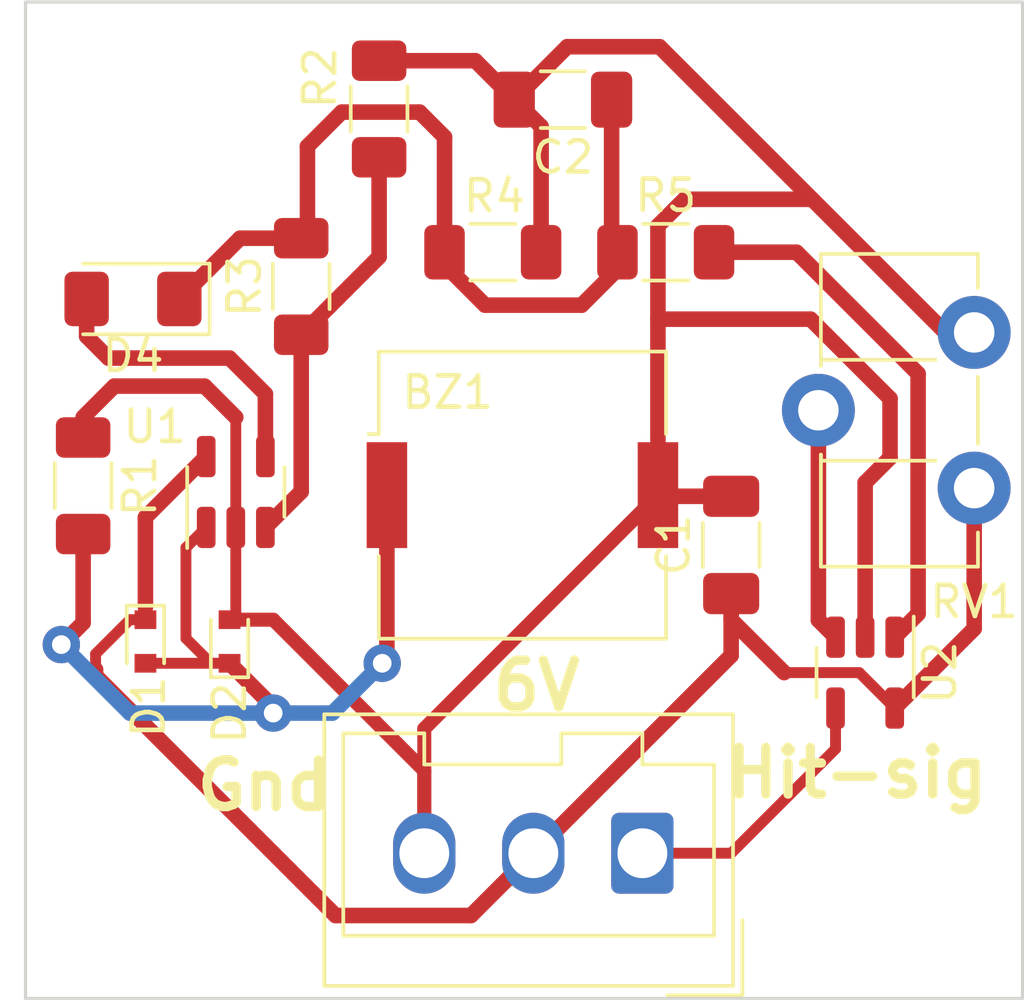
<source format=kicad_pcb>
(kicad_pcb (version 20240108) (generator "pcbnew") (generator_version "8.0")
  (layers (0 "F.Cu" signal) (31 "B.Cu" signal) (34 "B.Paste" user) (35 "F.Paste" user) (36 "B.SilkS" user "B.Silkscreen") (37 "F.SilkS" user "F.Silkscreen") (38 "B.Mask" user) (39 "F.Mask" user) (44 "Edge.Cuts" user))
  (net 0 "")
  (net 1 "Net-(BZ1--)")
  (net 2 "Earth")
  (net 3 "Net-(D4-K)")
  (net 4 "+6V")
  (net 5 "Net-(D4-A)")
  (net 6 "Net-(J1-Pin_1)")
  (net 7 "Net-(U1--)")
  (net 8 "Net-(U2-+)")
  (net 9 "Net-(U2--)")
  (footprint "Package_TO_SOT_SMD:SOT-23-5" (layer "F.Cu") (at 136.7 98.8 90)
    (property "Reference" "U1" (at 2.1 -2.6 180) (layer "F.SilkS"))
    (property "Value" "LM321")
    (fp_line (start 0 -1.56) (end 0.8 -1.56) (stroke (width 0.12)) (layer "F.SilkS"))
    (fp_line (start 0 -1.56) (end -1.8 -1.56) (stroke (width 0.12)) (layer "F.SilkS"))
    (fp_line (start 0 1.56) (end 0.8 1.56) (stroke (width 0.12)) (layer "F.SilkS"))
    (fp_line (start 0 1.56) (end -0.8 1.56) (stroke (width 0.12)) (layer "F.SilkS"))
    (pad "1" smd roundrect (at -1.1375 -0.95 90) (size 1.325 0.6) (layers "F.Cu" "F.Paste" "F.Mask") (net 1 "Net-(BZ1--)"))
    (pad "2" smd roundrect (at -1.1375 0 90) (size 1.325 0.6) (layers "F.Cu" "F.Paste" "F.Mask") (net 2 "Earth"))
    (pad "3" smd roundrect (at -1.1375 0.95 90) (size 1.325 0.6) (layers "F.Cu" "F.Paste" "F.Mask") (net 7 "Net-(U1--)"))
    (pad "4" smd roundrect (at 1.1375 0.95 90) (size 1.325 0.6) (layers "F.Cu" "F.Paste" "F.Mask") (net 5 "Net-(D4-A)"))
    (pad "5" smd roundrect (at 1.1375 -0.95 90) (size 1.325 0.6) (layers "F.Cu" "F.Paste" "F.Mask") (net 4 "+6V"))
  )
  (footprint "Connector_Wago:Wago_734-133_1x03_P3.50mm_Vertical" (layer "F.Cu") (at 149.75 110.4 180)
    (property "Reference" "J1" (hide yes))
    (property "Value" "Screw_Terminal_01x03" (hide yes))
    (fp_line (start 10.21 4.46) (end 10.21 -4.26) (stroke (width 0.12)) (layer "F.SilkS"))
    (fp_line (start 10.21 -4.26) (end -2.91 -4.26) (stroke (width 0.12)) (layer "F.SilkS"))
    (fp_line (start 9.6 3.85) (end 9.6 -2.65) (stroke (width 0.12)) (layer "F.SilkS"))
    (fp_line (start 9.6 -2.65) (end -2.3 -2.65) (stroke (width 0.12)) (layer "F.SilkS"))
    (fp_line (start 7 3.85) (end 9.6 3.85) (stroke (width 0.12)) (layer "F.SilkS"))
    (fp_line (start 7 2.85) (end 7 3.85) (stroke (width 0.12)) (layer "F.SilkS"))
    (fp_line (start 2.6 3.85) (end 2.6 2.85) (stroke (width 0.12)) (layer "F.SilkS"))
    (fp_line (start 2.6 2.85) (end 7 2.85) (stroke (width 0.12)) (layer "F.SilkS"))
    (fp_line (start 0 3.85) (end 2.6 3.85) (stroke (width 0.12)) (layer "F.SilkS"))
    (fp_line (start 0 2.85) (end 0 3.85) (stroke (width 0.12)) (layer "F.SilkS"))
    (fp_line (start -2.3 2.85) (end 0 2.85) (stroke (width 0.12)) (layer "F.SilkS"))
    (fp_line (start -2.3 -2.65) (end -2.3 2.85) (stroke (width 0.12)) (layer "F.SilkS"))
    (fp_line (start -2.91 4.46) (end 10.21 4.46) (stroke (width 0.12)) (layer "F.SilkS"))
    (fp_line (start -2.91 -4.26) (end -2.91 4.46) (stroke (width 0.12)) (layer "F.SilkS"))
    (fp_line (start -3.21 -2.15) (end -3.21 -4.56) (stroke (width 0.12)) (layer "F.SilkS"))
    (fp_line (start -3.21 -4.56) (end -0.8 -4.56) (stroke (width 0.12)) (layer "F.SilkS"))
    (pad "1" thru_hole roundrect (at 0 0 180) (size 2 2.6) (drill 1.6) (layers "*.Cu" "*.Mask") (roundrect_rratio 0.125) (net 6 "Net-(J1-Pin_1)"))
    (pad "2" thru_hole oval (at 3.5 0 180) (size 2 2.6) (drill 1.6) (layers "*.Cu" "*.Mask") (net 4 "+6V"))
    (pad "3" thru_hole oval (at 7 0 180) (size 2 2.6) (drill 1.6) (layers "*.Cu" "*.Mask") (net 2 "Earth"))
  )
  (footprint "Resistor_SMD:R_1206_3216Metric_Pad1.30x1.75mm_HandSolder" (layer "F.Cu") (at 144.95 91.1 180)
    (property "Reference" "R4" (at -0.05 1.8 180) (layer "F.SilkS"))
    (property "Value" "1k")
    (fp_line (start -0.727064 0.91) (end 0.727064 0.91) (stroke (width 0.12)) (layer "F.SilkS"))
    (fp_line (start -0.727064 -0.91) (end 0.727064 -0.91) (stroke (width 0.12)) (layer "F.SilkS"))
    (pad "1" smd roundrect (at -1.55 0 180) (size 1.3 1.75) (layers "F.Cu" "F.Paste" "F.Mask") (roundrect_rratio 0.192308) (net 2 "Earth"))
    (pad "2" smd roundrect (at 1.55 0 180) (size 1.3 1.75) (layers "F.Cu" "F.Paste" "F.Mask") (roundrect_rratio 0.192308) (net 3 "Net-(D4-K)"))
  )
  (footprint "Resistor_SMD:R_1206_3216Metric_Pad1.30x1.75mm_HandSolder" (layer "F.Cu") (at 138.8 92.2 90)
    (property "Reference" "R3" (at 0 -1.82 90) (layer "F.SilkS"))
    (property "Value" "22k")
    (fp_line (start -0.727064 -0.91) (end 0.727064 -0.91) (stroke (width 0.12)) (layer "F.SilkS"))
    (fp_line (start -0.727064 0.91) (end 0.727064 0.91) (stroke (width 0.12)) (layer "F.SilkS"))
    (pad "1" smd roundrect (at -1.55 0 90) (size 1.3 1.75) (layers "F.Cu" "F.Paste" "F.Mask") (roundrect_rratio 0.192308) (net 7 "Net-(U1--)"))
    (pad "2" smd roundrect (at 1.55 0 90) (size 1.3 1.75) (layers "F.Cu" "F.Paste" "F.Mask") (roundrect_rratio 0.192308) (net 3 "Net-(D4-K)"))
  )
  (footprint "Diode_SMD:D_SOD-523" (layer "F.Cu") (at 136.5 103.6 90)
    (property "Reference" "D2" (at -2.3 0 90) (layer "F.SilkS"))
    (property "Value" "D_Schottky" (hide yes))
    (fp_line (start 0.7 -0.6) (end -1.15 -0.6) (stroke (width 0.12)) (layer "F.SilkS"))
    (fp_line (start -1.15 -0.6) (end -1.15 0.6) (stroke (width 0.12)) (layer "F.SilkS"))
    (fp_line (start 0.7 0.6) (end -1.15 0.6) (stroke (width 0.12)) (layer "F.SilkS"))
    (pad "1" smd rect (at -0.7 0 270) (size 0.6 0.7) (layers "F.Cu" "F.Paste" "F.Mask") (net 1 "Net-(BZ1--)"))
    (pad "2" smd rect (at 0.7 0 270) (size 0.6 0.7) (layers "F.Cu" "F.Paste" "F.Mask") (net 2 "Earth"))
  )
  (footprint "Diode_SMD:D_1206_3216Metric_Pad1.42x1.75mm_HandSolder" (layer "F.Cu") (at 133.4 92.6 180)
    (property "Reference" "D4" (at 0 -1.82 0) (layer "F.SilkS"))
    (property "Value" "D")
    (fp_line (start 1.6 -1.135) (end -2.46 -1.135) (stroke (width 0.12)) (layer "F.SilkS"))
    (fp_line (start -2.46 1.135) (end 1.6 1.135) (stroke (width 0.12)) (layer "F.SilkS"))
    (fp_line (start -2.46 -1.135) (end -2.46 1.135) (stroke (width 0.12)) (layer "F.SilkS"))
    (pad "1" smd roundrect (at -1.4875 0 180) (size 1.425 1.75) (layers "F.Cu" "F.Paste" "F.Mask") (roundrect_rratio 0.175439) (net 3 "Net-(D4-K)"))
    (pad "2" smd roundrect (at 1.4875 0 180) (size 1.425 1.75) (layers "F.Cu" "F.Paste" "F.Mask") (roundrect_rratio 0.175439) (net 5 "Net-(D4-A)"))
  )
  (footprint "Capacitor_SMD:C_1206_3216Metric_Pad1.33x1.80mm_HandSolder" (layer "F.Cu") (at 152.6 100.5 90)
    (property "Reference" "C1" (at 0 -1.85 90) (layer "F.SilkS"))
    (property "Value" "10u")
    (fp_line (start -0.711252 -0.91) (end 0.711252 -0.91) (stroke (width 0.12)) (layer "F.SilkS"))
    (fp_line (start -0.711252 0.91) (end 0.711252 0.91) (stroke (width 0.12)) (layer "F.SilkS"))
    (pad "1" smd roundrect (at -1.5625 0 90) (size 1.325 1.8) (layers "F.Cu" "F.Paste" "F.Mask") (roundrect_rratio 0.188679) (net 4 "+6V"))
    (pad "2" smd roundrect (at 1.5625 0 90) (size 1.325 1.8) (layers "F.Cu" "F.Paste" "F.Mask") (roundrect_rratio 0.188679) (net 2 "Earth"))
  )
  (footprint "Resistor_SMD:R_1206_3216Metric_Pad1.30x1.75mm_HandSolder" (layer "F.Cu") (at 150.5 91.1)
    (property "Reference" "R5" (at 0 -1.82 0) (layer "F.SilkS"))
    (property "Value" "100")
    (fp_line (start -0.727064 -0.91) (end 0.727064 -0.91) (stroke (width 0.12)) (layer "F.SilkS"))
    (fp_line (start -0.727064 0.91) (end 0.727064 0.91) (stroke (width 0.12)) (layer "F.SilkS"))
    (pad "1" smd roundrect (at -1.55 0) (size 1.3 1.75) (layers "F.Cu" "F.Paste" "F.Mask") (roundrect_rratio 0.192308) (net 3 "Net-(D4-K)"))
    (pad "2" smd roundrect (at 1.55 0) (size 1.3 1.75) (layers "F.Cu" "F.Paste" "F.Mask") (roundrect_rratio 0.192308) (net 8 "Net-(U2-+)"))
  )
  (footprint "MountingHole:MountingHole_3.2mm_M3" (layer "F.Cu") (at 133.5 111.5)
    (property "Reference" "H3" (hide yes))
    (property "Value" "MountingHole" (hide yes))
    (pad "" np_thru_hole circle (at 0 0) (size 3.2 3.2) (drill 3.2) (layers "*.Cu" "*.Mask"))
  )
  (footprint "MountingHole:MountingHole_3.2mm_M3" (layer "F.Cu") (at 133.5 86.6)
    (property "Reference" "H1" (hide yes))
    (property "Value" "MountingHole" (hide yes))
    (pad "" np_thru_hole circle (at 0 0) (size 3.2 3.2) (drill 3.2) (layers "*.Cu" "*.Mask"))
  )
  (footprint "MountingHole:MountingHole_3.2mm_M3" (layer "F.Cu") (at 158.4 86.6)
    (property "Reference" "H2" (hide yes))
    (property "Value" "MountingHole" (hide yes))
    (pad "" np_thru_hole circle (at 0 0) (size 3.2 3.2) (drill 3.2) (layers "*.Cu" "*.Mask"))
  )
  (footprint "Buzzer_Beeper:Buzzer_Murata_PKMCS0909E" (layer "F.Cu") (at 145.9 98.9)
    (property "Reference" "BZ1" (at -2.4 -3.3 0) (layer "F.SilkS"))
    (property "Value" "Buzzer")
    (fp_line (start -4.61 -4.61) (end 4.61 -4.61) (stroke (width 0.12)) (layer "F.SilkS"))
    (fp_line (start -4.61 -1.96) (end -4.94 -1.96) (stroke (width 0.12)) (layer "F.SilkS"))
    (fp_line (start -4.61 -1.96) (end -4.61 -4.61) (stroke (width 0.12)) (layer "F.SilkS"))
    (fp_line (start -4.61 4.61) (end -4.61 1.96) (stroke (width 0.12)) (layer "F.SilkS"))
    (fp_line (start 4.61 -4.61) (end 4.61 -1.96) (stroke (width 0.12)) (layer "F.SilkS"))
    (fp_line (start 4.61 1.96) (end 4.61 4.61) (stroke (width 0.12)) (layer "F.SilkS"))
    (fp_line (start 4.61 4.61) (end -4.61 4.61) (stroke (width 0.12)) (layer "F.SilkS"))
    (pad "1" smd rect (at -4.35 0) (size 1.3 3.4) (layers "F.Cu" "F.Paste" "F.Mask") (net 1 "Net-(BZ1--)"))
    (pad "2" smd rect (at 4.35 0) (size 1.3 3.4) (layers "F.Cu" "F.Paste" "F.Mask") (net 2 "Earth"))
  )
  (footprint "Diode_SMD:D_SOD-523" (layer "F.Cu") (at 133.8 103.6 -90)
    (property "Reference" "D1" (at 2.1 -0.1 90) (layer "F.SilkS"))
    (property "Value" "D_Schottky" (hide yes))
    (fp_line (start 0.7 0.6) (end -1.15 0.6) (stroke (width 0.12)) (layer "F.SilkS"))
    (fp_line (start -1.15 -0.6) (end -1.15 0.6) (stroke (width 0.12)) (layer "F.SilkS"))
    (fp_line (start 0.7 -0.6) (end -1.15 -0.6) (stroke (width 0.12)) (layer "F.SilkS"))
    (pad "1" smd rect (at -0.7 0 90) (size 0.6 0.7) (layers "F.Cu" "F.Paste" "F.Mask") (net 4 "+6V"))
    (pad "2" smd rect (at 0.7 0 90) (size 0.6 0.7) (layers "F.Cu" "F.Paste" "F.Mask") (net 1 "Net-(BZ1--)"))
  )
  (footprint "Capacitor_SMD:C_1206_3216Metric_Pad1.33x1.80mm_HandSolder" (layer "F.Cu") (at 147.2 86.2 180)
    (property "Reference" "C2" (at 0 -1.85 180) (layer "F.SilkS"))
    (property "Value" "1µF")
    (fp_line (start -0.711252 0.91) (end 0.711252 0.91) (stroke (width 0.12)) (layer "F.SilkS"))
    (fp_line (start -0.711252 -0.91) (end 0.711252 -0.91) (stroke (width 0.12)) (layer "F.SilkS"))
    (pad "1" smd roundrect (at -1.5625 0 180) (size 1.325 1.8) (layers "F.Cu" "F.Paste" "F.Mask") (roundrect_rratio 0.188679) (net 3 "Net-(D4-K)"))
    (pad "2" smd roundrect (at 1.5625 0 180) (size 1.325 1.8) (layers "F.Cu" "F.Paste" "F.Mask") (roundrect_rratio 0.188679) (net 2 "Earth"))
  )
  (footprint "Package_TO_SOT_SMD:SOT-23-5" (layer "F.Cu") (at 156.9 104.6 -90)
    (property "Reference" "U2" (at 0 -2.4 90) (layer "F.SilkS"))
    (property "Value" "LM321")
    (fp_line (start 0 1.56) (end -0.8 1.56) (stroke (width 0.12)) (layer "F.SilkS"))
    (fp_line (start 0 1.56) (end 0.8 1.56) (stroke (width 0.12)) (layer "F.SilkS"))
    (fp_line (start 0 -1.56) (end -1.8 -1.56) (stroke (width 0.12)) (layer "F.SilkS"))
    (fp_line (start 0 -1.56) (end 0.8 -1.56) (stroke (width 0.12)) (layer "F.SilkS"))
    (pad "1" smd roundrect (at -1.1375 -0.95 270) (size 1.325 0.6) (layers "F.Cu" "F.Paste" "F.Mask") (net 8 "Net-(U2-+)"))
    (pad "2" smd roundrect (at -1.1375 0 270) (size 1.325 0.6) (layers "F.Cu" "F.Paste" "F.Mask") (net 2 "Earth"))
    (pad "3" smd roundrect (at -1.1375 0.95 270) (size 1.325 0.6) (layers "F.Cu" "F.Paste" "F.Mask") (net 9 "Net-(U2--)"))
    (pad "4" smd roundrect (at 1.1375 0.95 270) (size 1.325 0.6) (layers "F.Cu" "F.Paste" "F.Mask") (net 6 "Net-(J1-Pin_1)"))
    (pad "5" smd roundrect (at 1.1375 -0.95 270) (size 1.325 0.6) (layers "F.Cu" "F.Paste" "F.Mask") (net 4 "+6V"))
  )
  (footprint "Resistor_SMD:R_1206_3216Metric_Pad1.30x1.75mm_HandSolder" (layer "F.Cu") (at 141.3 86.5 -90)
    (property "Reference" "R2" (at -1 1.9 -90) (layer "F.SilkS"))
    (property "Value" "1k")
    (fp_line (start -0.727064 0.91) (end 0.727064 0.91) (stroke (width 0.12)) (layer "F.SilkS"))
    (fp_line (start -0.727064 -0.91) (end 0.727064 -0.91) (stroke (width 0.12)) (layer "F.SilkS"))
    (pad "1" smd roundrect (at -1.55 0 270) (size 1.3 1.75) (layers "F.Cu" "F.Paste" "F.Mask") (roundrect_rratio 0.192308) (net 2 "Earth"))
    (pad "2" smd roundrect (at 1.55 0 270) (size 1.3 1.75) (layers "F.Cu" "F.Paste" "F.Mask") (roundrect_rratio 0.192308) (net 7 "Net-(U1--)"))
  )
  (footprint "MountingHole:MountingHole_3.2mm_M3" (layer "F.Cu") (at 158.4 111.5)
    (property "Reference" "H4" (hide yes))
    (property "Value" "MountingHole" (hide yes))
    (pad "" np_thru_hole circle (at 0 0) (size 3.2 3.2) (drill 3.2) (layers "*.Cu" "*.Mask"))
  )
  (footprint "Potentiometer_THT:Potentiometer_ACP_CA9-H5_Horizontal" (layer "F.Cu") (at 160.4 98.675 180)
    (property "Reference" "RV1" (at 0 -3.65 0) (layer "F.SilkS"))
    (property "Value" "R_Potentiometer" (hide yes))
    (fp_line (start 4.92 3.925) (end 4.92 7.52) (stroke (width 0.12)) (layer "F.SilkS"))
    (fp_line (start 4.92 3.925) (end 4.92 4.12) (stroke (width 0.12)) (layer "F.SilkS"))
    (fp_line (start 4.92 0.88) (end 4.92 1.075) (stroke (width 0.12)) (layer "F.SilkS"))
    (fp_line (start 4.92 -2.521) (end 4.92 1.075) (stroke (width 0.12)) (layer "F.SilkS"))
    (fp_line (start 1.237 4.12) (end 4.92 4.12) (stroke (width 0.12)) (layer "F.SilkS"))
    (fp_line (start 1.237 0.88) (end 4.92 0.88) (stroke (width 0.12)) (layer "F.SilkS"))
    (fp_line (start -0.121 7.52) (end 4.92 7.52) (stroke (width 0.12)) (layer "F.SilkS"))
    (fp_line (start -0.121 6.425) (end -0.121 7.52) (stroke (width 0.12)) (layer "F.SilkS"))
    (fp_line (start -0.121 1.426) (end -0.121 3.575) (stroke (width 0.12)) (layer "F.SilkS"))
    (fp_line (start -0.121 1.426) (end -0.121 3.575) (stroke (width 0.12)) (layer "F.SilkS"))
    (fp_line (start -0.121 -2.521) (end 4.92 -2.521) (stroke (width 0.12)) (layer "F.SilkS"))
    (fp_line (start -0.121 -2.521) (end -0.121 -1.426) (stroke (width 0.12)) (layer "F.SilkS"))
    (pad "1" thru_hole circle (at 0 0 180) (size 2.34 2.34) (drill 1.3) (layers "*.Cu" "*.Mask") (net 4 "+6V"))
    (pad "2" thru_hole circle (at 5 2.5 180) (size 2.34 2.34) (drill 1.3) (layers "*.Cu" "*.Mask") (net 9 "Net-(U2--)"))
    (pad "3" thru_hole circle (at 0 5 180) (size 2.34 2.34) (drill 1.3) (layers "*.Cu" "*.Mask") (net 2 "Earth"))
  )
  (footprint "Resistor_SMD:R_1206_3216Metric_Pad1.30x1.75mm_HandSolder" (layer "F.Cu") (at 131.8 98.6 -90)
    (property "Reference" "R1" (at 0 -1.82 90) (layer "F.SilkS"))
    (property "Value" "1k")
    (fp_line (start -0.727064 0.91) (end 0.727064 0.91) (stroke (width 0.12)) (layer "F.SilkS"))
    (fp_line (start -0.727064 -0.91) (end 0.727064 -0.91) (stroke (width 0.12)) (layer "F.SilkS"))
    (pad "1" smd roundrect (at -1.55 0 270) (size 1.3 1.75) (layers "F.Cu" "F.Paste" "F.Mask") (roundrect_rratio 0.192308) (net 2 "Earth"))
    (pad "2" smd roundrect (at 1.55 0 270) (size 1.3 1.75) (layers "F.Cu" "F.Paste" "F.Mask") (roundrect_rratio 0.192308) (net 1 "Net-(BZ1--)"))
  )
  (gr_rect (start 129.95 83.065) (end 161.95 115.065) (stroke (width 0.1)) (fill none) (layer "Edge.Cuts"))
  (gr_text "Hit-sig" (at 152.3 108.7 0) (layer "F.SilkS") (effects (font (size 1.5 1.5) (thickness 0.3) (bold yes)) (justify left bottom)))
  (gr_text "6V" (at 144.8 105.9 0) (layer "F.SilkS") (effects (font (size 1.5 1.5) (thickness 0.3) (bold yes)) (justify left bottom)))
  (gr_text "Gnd" (at 135.3 109.1 0) (layer "F.SilkS") (effects (font (size 1.5 1.5) (thickness 0.3) (bold yes)) (justify left bottom)))
  (segment (start 131.8 100.15) (end 131.8 103) (width 0.5) (layer "F.Cu") (net 1))
  (segment (start 137.9 105.7) (end 136.5 104.3) (width 0.5) (layer "F.Cu") (net 1))
  (segment (start 141.55 98.9) (end 141.55 104.15) (width 0.5) (layer "F.Cu") (net 1))
  (segment (start 135.9 104.3) (end 136.5 104.3) (width 0.35) (layer "F.Cu") (net 1))
  (segment (start 131.8 103) (end 131.1 103.7) (width 0.5) (layer "F.Cu") (net 1))
  (segment (start 133.8 104.3) (end 136.5 104.3) (width 0.35) (layer "F.Cu") (net 1))
  (segment (start 135.75 99.9375) (end 135.1 100.5875) (width 0.35) (layer "F.Cu") (net 1))
  (segment (start 135.1 103.5) (end 135.9 104.3) (width 0.35) (layer "F.Cu") (net 1))
  (segment (start 135.1 100.5875) (end 135.1 103.5) (width 0.35) (layer "F.Cu") (net 1))
  (segment (start 141.55 104.15) (end 141.4 104.3) (width 0.35) (layer "F.Cu") (net 1))
  (segment (start 137.9 105.9) (end 137.9 105.7) (width 0.35) (layer "F.Cu") (net 1))
  (via (at 141.4 104.3) (size 1.2) (drill 0.6) (layers "F.Cu" "B.Cu") (net 1))
  (via (at 137.9 105.9) (size 1.2) (drill 0.6) (layers "F.Cu" "B.Cu") (net 1))
  (via (at 131.1 103.7) (size 1.2) (drill 0.6) (layers "F.Cu" "B.Cu") (net 1))
  (segment (start 139.8 105.9) (end 137.9 105.9) (width 0.5) (layer "B.Cu") (net 1))
  (segment (start 141.4 104.3) (end 139.8 105.9) (width 0.5) (layer "B.Cu") (net 1))
  (segment (start 133.3 105.9) (end 137.9 105.9) (width 0.5) (layer "B.Cu") (net 1))
  (segment (start 131.1 103.7) (end 133.3 105.9) (width 0.5) (layer "B.Cu") (net 1))
  (segment (start 136.7 102.7) (end 136.5 102.9) (width 0.35) (layer "F.Cu") (net 2))
  (segment (start 151.1 89.4) (end 150.25 90.25) (width 0.5) (layer "F.Cu") (net 2))
  (segment (start 156.9 103.4625) (end 156.9 98.5) (width 0.5) (layer "F.Cu") (net 2))
  (segment (start 150.25 90.25) (end 150.25 97.15) (width 0.5) (layer "F.Cu") (net 2))
  (segment (start 146.5 87.0625) (end 145.6375 86.2) (width 0.5) (layer "F.Cu") (net 2))
  (segment (start 146.5 91.1) (end 146.5 87.0625) (width 0.5) (layer "F.Cu") (net 2))
  (segment (start 155.15 93.25) (end 150.25 93.25) (width 0.5) (layer "F.Cu") (net 2))
  (segment (start 153 98.9375) (end 150.2875 98.9375) (width 0.5) (layer "F.Cu") (net 2))
  (segment (start 145.6375 86.2) (end 147.3375 84.5) (width 0.5) (layer "F.Cu") (net 2))
  (segment (start 141.3 84.95) (end 144.3875 84.95) (width 0.5) (layer "F.Cu") (net 2))
  (segment (start 142.75 106.4) (end 150.25 98.9) (width 0.45) (layer "F.Cu") (net 2))
  (segment (start 156.9 98.5) (end 157.7 97.7) (width 0.5) (layer "F.Cu") (net 2))
  (segment (start 131.8 96.4) (end 132.8 95.4) (width 0.5) (layer "F.Cu") (net 2))
  (segment (start 157.7 97.7) (end 157.7 95.8) (width 0.5) (layer "F.Cu") (net 2))
  (segment (start 136.7 96.4) (end 136.7 99.9375) (width 0.35) (layer "F.Cu") (net 2))
  (segment (start 142.75 107.75) (end 137.9 102.9) (width 0.45) (layer "F.Cu") (net 2))
  (segment (start 147.3375 84.5) (end 150.3 84.5) (width 0.5) (layer "F.Cu") (net 2))
  (segment (start 131.8 97.05) (end 131.8 96.4) (width 0.35) (layer "F.Cu") (net 2))
  (segment (start 155.2 89.4) (end 151.1 89.4) (width 0.5) (layer "F.Cu") (net 2))
  (segment (start 150.25 97.15) (end 150.25 98.9) (width 0.35) (layer "F.Cu") (net 2))
  (segment (start 132.8 95.4) (end 135.7 95.4) (width 0.5) (layer "F.Cu") (net 2))
  (segment (start 137.9 102.9) (end 136.5 102.9) (width 0.45) (layer "F.Cu") (net 2))
  (segment (start 142.75 110.4) (end 142.75 107.75) (width 0.45) (layer "F.Cu") (net 2))
  (segment (start 150.3 84.5) (end 155.2 89.4) (width 0.5) (layer "F.Cu") (net 2))
  (segment (start 150.25 95.7875) (end 150.25 97.15) (width 0.35) (layer "F.Cu") (net 2))
  (segment (start 160.4 93.675) (end 159.475 93.675) (width 0.5) (layer "F.Cu") (net 2))
  (segment (start 144.3875 84.95) (end 145.6375 86.2) (width 0.5) (layer "F.Cu") (net 2))
  (segment (start 142.75 110.4) (end 142.75 106.4) (width 0.45) (layer "F.Cu") (net 2))
  (segment (start 157.7 95.8) (end 155.15 93.25) (width 0.5) (layer "F.Cu") (net 2))
  (segment (start 159.475 93.675) (end 155.2 89.4) (width 0.5) (layer "F.Cu") (net 2))
  (segment (start 136.7 99.9375) (end 136.7 102.7) (width 0.35) (layer "F.Cu") (net 2))
  (segment (start 150.2875 98.9375) (end 150.25 98.9) (width 0.35) (layer "F.Cu") (net 2))
  (segment (start 135.7 95.4) (end 136.7 96.4) (width 0.5) (layer "F.Cu") (net 2))
  (segment (start 136.8375 90.65) (end 138.8 90.65) (width 0.5) (layer "F.Cu") (net 3))
  (segment (start 143.4 87.4) (end 142.6 86.6) (width 0.5) (layer "F.Cu") (net 3))
  (segment (start 143.4 91.1) (end 143.4 91.5) (width 0.35) (layer "F.Cu") (net 3))
  (segment (start 148.7625 90.9125) (end 148.95 91.1) (width 0.5) (layer "F.Cu") (net 3))
  (segment (start 142.6 86.6) (end 140.1 86.6) (width 0.5) (layer "F.Cu") (net 3))
  (segment (start 148.6625 90.8125) (end 148.95 91.1) (width 0.35) (layer "F.Cu") (net 3))
  (segment (start 138.8 90.65) (end 138.75 90.65) (width 0.35) (layer "F.Cu") (net 3))
  (segment (start 139 87.7) (end 139 90.45) (width 0.5) (layer "F.Cu") (net 3))
  (segment (start 143.4 91.5) (end 144.7 92.8) (width 0.5) (layer "F.Cu") (net 3))
  (segment (start 134.8875 92.6) (end 136.8375 90.65) (width 0.5) (layer "F.Cu") (net 3))
  (segment (start 140.1 86.6) (end 139 87.7) (width 0.5) (layer "F.Cu") (net 3))
  (segment (start 144.7 92.8) (end 147.8 92.8) (width 0.5) (layer "F.Cu") (net 3))
  (segment (start 139 90.45) (end 138.8 90.65) (width 0.35) (layer "F.Cu") (net 3))
  (segment (start 148.7625 86.2) (end 148.7625 90.9125) (width 0.5) (layer "F.Cu") (net 3))
  (segment (start 147.8 92.8) (end 148.95 91.65) (width 0.5) (layer "F.Cu") (net 3))
  (segment (start 143.4 91.1) (end 143.4 87.4) (width 0.5) (layer "F.Cu") (net 3))
  (segment (start 148.95 91.65) (end 148.95 91.1) (width 0.5) (layer "F.Cu") (net 3))
  (segment (start 146.25 110.4) (end 152.6 104.05) (width 0.5) (layer "F.Cu") (net 4))
  (segment (start 132.2 104.7) (end 139.9 112.4) (width 0.5) (layer "F.Cu") (net 4))
  (segment (start 132.2 104.5) (end 132.2 104.7) (width 0.5) (layer "F.Cu") (net 4))
  (segment (start 154.3 104.6) (end 156.7125 104.6) (width 0.35) (layer "F.Cu") (net 4))
  (segment (start 152.6 104.05) (end 152.6 102.0625) (width 0.5) (layer "F.Cu") (net 4))
  (segment (start 132.2 104) (end 132.2 104.5) (width 0.35) (layer "F.Cu") (net 4))
  (segment (start 160.4 103.1875) (end 157.85 105.7375) (width 0.5) (layer "F.Cu") (net 4))
  (segment (start 133.8 102.9) (end 133.8 102.5) (width 0.35) (layer "F.Cu") (net 4))
  (segment (start 133.8 99.6125) (end 135.75 97.6625) (width 0.5) (layer "F.Cu") (net 4))
  (segment (start 156.7125 104.6) (end 157.85 105.7375) (width 0.35) (layer "F.Cu") (net 4))
  (segment (start 152.6 102.0625) (end 152.6 102.9) (width 0.5) (layer "F.Cu") (net 4))
  (segment (start 133.8 102.5) (end 133.8 99.6125) (width 0.5) (layer "F.Cu") (net 4))
  (segment (start 133.8 102.9) (end 133.3 102.9) (width 0.35) (layer "F.Cu") (net 4))
  (segment (start 160.4 98.675) (end 160.4 103.1875) (width 0.5) (layer "F.Cu") (net 4))
  (segment (start 144.25 112.4) (end 146.25 110.4) (width 0.5) (layer "F.Cu") (net 4))
  (segment (start 133.3 102.9) (end 132.2 104) (width 0.35) (layer "F.Cu") (net 4))
  (segment (start 139.9 112.4) (end 144.25 112.4) (width 0.5) (layer "F.Cu") (net 4))
  (segment (start 152.6 102.9) (end 154.3 104.6) (width 0.5) (layer "F.Cu") (net 4))
  (segment (start 132.6125 94.5) (end 136.5 94.5) (width 0.5) (layer "F.Cu") (net 5))
  (segment (start 131.9125 92.6) (end 131.9125 93.8) (width 0.5) (layer "F.Cu") (net 5))
  (segment (start 137.65 95.65) (end 137.65 97.6625) (width 0.5) (layer "F.Cu") (net 5))
  (segment (start 136.5 94.5) (end 137.65 95.65) (width 0.5) (layer "F.Cu") (net 5))
  (segment (start 131.9125 93.8) (end 132.6125 94.5) (width 0.5) (layer "F.Cu") (net 5))
  (segment (start 155.95 105.7375) (end 155.95 107.05) (width 0.35) (layer "F.Cu") (net 6))
  (segment (start 155.95 107.05) (end 152.6 110.4) (width 0.35) (layer "F.Cu") (net 6))
  (segment (start 152.6 110.4) (end 149.75 110.4) (width 0.35) (layer "F.Cu") (net 6))
  (segment (start 141.3 91.25) (end 141.3 88.05) (width 0.5) (layer "F.Cu") (net 7))
  (segment (start 138.8 98.7875) (end 138.8 93.75) (width 0.5) (layer "F.Cu") (net 7))
  (segment (start 138.8 93.75) (end 141.3 91.25) (width 0.5) (layer "F.Cu") (net 7))
  (segment (start 137.65 99.9375) (end 138.8 98.7875) (width 0.5) (layer "F.Cu") (net 7))
  (segment (start 152.05 91.1) (end 154.7 91.1) (width 0.5) (layer "F.Cu") (net 8))
  (segment (start 154.7 91.1) (end 158.6 95) (width 0.5) (layer "F.Cu") (net 8))
  (segment (start 158.6 102.7125) (end 157.85 103.4625) (width 0.5) (layer "F.Cu") (net 8))
  (segment (start 158.6 95) (end 158.6 102.7125) (width 0.5) (layer "F.Cu") (net 8))
  (segment (start 155.4 102.9125) (end 155.95 103.4625) (width 0.5) (layer "F.Cu") (net 9))
  (segment (start 155.4 96.175) (end 155.4 102.9125) (width 0.5) (layer "F.Cu") (net 9))
)
</source>
